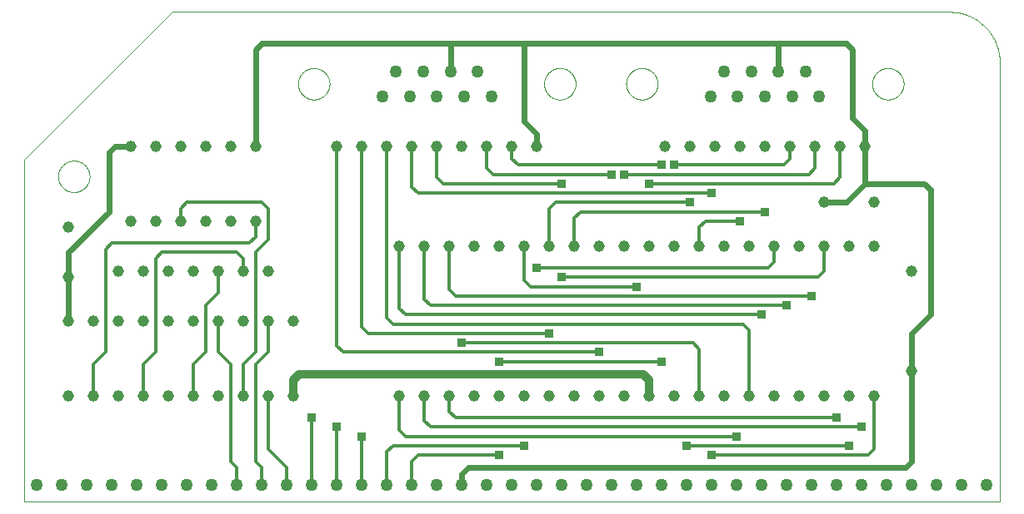
<source format=gtl>
G75*
%MOIN*%
%OFA0B0*%
%FSLAX25Y25*%
%IPPOS*%
%LPD*%
%AMOC8*
5,1,8,0,0,1.08239X$1,22.5*
%
%ADD10C,0.00000*%
%ADD11C,0.04961*%
%ADD12C,0.04550*%
%ADD13C,0.03200*%
%ADD14C,0.02400*%
%ADD15R,0.03369X0.03369*%
%ADD16C,0.01400*%
D10*
X0001500Y0001000D02*
X0001500Y0138201D01*
X0060598Y0197299D01*
X0371602Y0197299D01*
X0372087Y0197293D01*
X0372572Y0197276D01*
X0373056Y0197246D01*
X0373540Y0197205D01*
X0374022Y0197153D01*
X0374503Y0197088D01*
X0374982Y0197012D01*
X0375460Y0196925D01*
X0375935Y0196826D01*
X0376407Y0196716D01*
X0376877Y0196594D01*
X0377344Y0196461D01*
X0377807Y0196316D01*
X0378266Y0196161D01*
X0378722Y0195994D01*
X0379174Y0195817D01*
X0379621Y0195628D01*
X0380063Y0195429D01*
X0380501Y0195219D01*
X0380933Y0194999D01*
X0381360Y0194768D01*
X0381781Y0194527D01*
X0382196Y0194276D01*
X0382606Y0194015D01*
X0383008Y0193745D01*
X0383404Y0193464D01*
X0383793Y0193174D01*
X0384175Y0192875D01*
X0384550Y0192567D01*
X0384917Y0192249D01*
X0385276Y0191923D01*
X0385627Y0191589D01*
X0385971Y0191245D01*
X0386305Y0190894D01*
X0386631Y0190535D01*
X0386949Y0190168D01*
X0387257Y0189793D01*
X0387556Y0189411D01*
X0387846Y0189022D01*
X0388127Y0188626D01*
X0388397Y0188224D01*
X0388658Y0187814D01*
X0388909Y0187399D01*
X0389150Y0186978D01*
X0389381Y0186551D01*
X0389601Y0186119D01*
X0389811Y0185681D01*
X0390010Y0185239D01*
X0390199Y0184792D01*
X0390376Y0184340D01*
X0390543Y0183884D01*
X0390698Y0183425D01*
X0390843Y0182962D01*
X0390976Y0182495D01*
X0391098Y0182025D01*
X0391208Y0181553D01*
X0391307Y0181078D01*
X0391394Y0180600D01*
X0391470Y0180121D01*
X0391535Y0179640D01*
X0391587Y0179158D01*
X0391628Y0178674D01*
X0391658Y0178190D01*
X0391675Y0177705D01*
X0391681Y0177220D01*
X0391681Y0001000D01*
X0001500Y0001000D01*
X0015000Y0131402D02*
X0015002Y0131560D01*
X0015008Y0131718D01*
X0015018Y0131876D01*
X0015032Y0132034D01*
X0015050Y0132191D01*
X0015071Y0132348D01*
X0015097Y0132504D01*
X0015127Y0132660D01*
X0015160Y0132815D01*
X0015198Y0132968D01*
X0015239Y0133121D01*
X0015284Y0133273D01*
X0015333Y0133424D01*
X0015386Y0133573D01*
X0015442Y0133721D01*
X0015502Y0133867D01*
X0015566Y0134012D01*
X0015634Y0134155D01*
X0015705Y0134297D01*
X0015779Y0134437D01*
X0015857Y0134574D01*
X0015939Y0134710D01*
X0016023Y0134844D01*
X0016112Y0134975D01*
X0016203Y0135104D01*
X0016298Y0135231D01*
X0016395Y0135356D01*
X0016496Y0135478D01*
X0016600Y0135597D01*
X0016707Y0135714D01*
X0016817Y0135828D01*
X0016930Y0135939D01*
X0017045Y0136048D01*
X0017163Y0136153D01*
X0017284Y0136255D01*
X0017407Y0136355D01*
X0017533Y0136451D01*
X0017661Y0136544D01*
X0017791Y0136634D01*
X0017924Y0136720D01*
X0018059Y0136804D01*
X0018195Y0136883D01*
X0018334Y0136960D01*
X0018475Y0137032D01*
X0018617Y0137102D01*
X0018761Y0137167D01*
X0018907Y0137229D01*
X0019054Y0137287D01*
X0019203Y0137342D01*
X0019353Y0137393D01*
X0019504Y0137440D01*
X0019656Y0137483D01*
X0019809Y0137522D01*
X0019964Y0137558D01*
X0020119Y0137589D01*
X0020275Y0137617D01*
X0020431Y0137641D01*
X0020588Y0137661D01*
X0020746Y0137677D01*
X0020903Y0137689D01*
X0021062Y0137697D01*
X0021220Y0137701D01*
X0021378Y0137701D01*
X0021536Y0137697D01*
X0021695Y0137689D01*
X0021852Y0137677D01*
X0022010Y0137661D01*
X0022167Y0137641D01*
X0022323Y0137617D01*
X0022479Y0137589D01*
X0022634Y0137558D01*
X0022789Y0137522D01*
X0022942Y0137483D01*
X0023094Y0137440D01*
X0023245Y0137393D01*
X0023395Y0137342D01*
X0023544Y0137287D01*
X0023691Y0137229D01*
X0023837Y0137167D01*
X0023981Y0137102D01*
X0024123Y0137032D01*
X0024264Y0136960D01*
X0024403Y0136883D01*
X0024539Y0136804D01*
X0024674Y0136720D01*
X0024807Y0136634D01*
X0024937Y0136544D01*
X0025065Y0136451D01*
X0025191Y0136355D01*
X0025314Y0136255D01*
X0025435Y0136153D01*
X0025553Y0136048D01*
X0025668Y0135939D01*
X0025781Y0135828D01*
X0025891Y0135714D01*
X0025998Y0135597D01*
X0026102Y0135478D01*
X0026203Y0135356D01*
X0026300Y0135231D01*
X0026395Y0135104D01*
X0026486Y0134975D01*
X0026575Y0134844D01*
X0026659Y0134710D01*
X0026741Y0134574D01*
X0026819Y0134437D01*
X0026893Y0134297D01*
X0026964Y0134155D01*
X0027032Y0134012D01*
X0027096Y0133867D01*
X0027156Y0133721D01*
X0027212Y0133573D01*
X0027265Y0133424D01*
X0027314Y0133273D01*
X0027359Y0133121D01*
X0027400Y0132968D01*
X0027438Y0132815D01*
X0027471Y0132660D01*
X0027501Y0132504D01*
X0027527Y0132348D01*
X0027548Y0132191D01*
X0027566Y0132034D01*
X0027580Y0131876D01*
X0027590Y0131718D01*
X0027596Y0131560D01*
X0027598Y0131402D01*
X0027596Y0131244D01*
X0027590Y0131086D01*
X0027580Y0130928D01*
X0027566Y0130770D01*
X0027548Y0130613D01*
X0027527Y0130456D01*
X0027501Y0130300D01*
X0027471Y0130144D01*
X0027438Y0129989D01*
X0027400Y0129836D01*
X0027359Y0129683D01*
X0027314Y0129531D01*
X0027265Y0129380D01*
X0027212Y0129231D01*
X0027156Y0129083D01*
X0027096Y0128937D01*
X0027032Y0128792D01*
X0026964Y0128649D01*
X0026893Y0128507D01*
X0026819Y0128367D01*
X0026741Y0128230D01*
X0026659Y0128094D01*
X0026575Y0127960D01*
X0026486Y0127829D01*
X0026395Y0127700D01*
X0026300Y0127573D01*
X0026203Y0127448D01*
X0026102Y0127326D01*
X0025998Y0127207D01*
X0025891Y0127090D01*
X0025781Y0126976D01*
X0025668Y0126865D01*
X0025553Y0126756D01*
X0025435Y0126651D01*
X0025314Y0126549D01*
X0025191Y0126449D01*
X0025065Y0126353D01*
X0024937Y0126260D01*
X0024807Y0126170D01*
X0024674Y0126084D01*
X0024539Y0126000D01*
X0024403Y0125921D01*
X0024264Y0125844D01*
X0024123Y0125772D01*
X0023981Y0125702D01*
X0023837Y0125637D01*
X0023691Y0125575D01*
X0023544Y0125517D01*
X0023395Y0125462D01*
X0023245Y0125411D01*
X0023094Y0125364D01*
X0022942Y0125321D01*
X0022789Y0125282D01*
X0022634Y0125246D01*
X0022479Y0125215D01*
X0022323Y0125187D01*
X0022167Y0125163D01*
X0022010Y0125143D01*
X0021852Y0125127D01*
X0021695Y0125115D01*
X0021536Y0125107D01*
X0021378Y0125103D01*
X0021220Y0125103D01*
X0021062Y0125107D01*
X0020903Y0125115D01*
X0020746Y0125127D01*
X0020588Y0125143D01*
X0020431Y0125163D01*
X0020275Y0125187D01*
X0020119Y0125215D01*
X0019964Y0125246D01*
X0019809Y0125282D01*
X0019656Y0125321D01*
X0019504Y0125364D01*
X0019353Y0125411D01*
X0019203Y0125462D01*
X0019054Y0125517D01*
X0018907Y0125575D01*
X0018761Y0125637D01*
X0018617Y0125702D01*
X0018475Y0125772D01*
X0018334Y0125844D01*
X0018195Y0125921D01*
X0018059Y0126000D01*
X0017924Y0126084D01*
X0017791Y0126170D01*
X0017661Y0126260D01*
X0017533Y0126353D01*
X0017407Y0126449D01*
X0017284Y0126549D01*
X0017163Y0126651D01*
X0017045Y0126756D01*
X0016930Y0126865D01*
X0016817Y0126976D01*
X0016707Y0127090D01*
X0016600Y0127207D01*
X0016496Y0127326D01*
X0016395Y0127448D01*
X0016298Y0127573D01*
X0016203Y0127700D01*
X0016112Y0127829D01*
X0016023Y0127960D01*
X0015939Y0128094D01*
X0015857Y0128230D01*
X0015779Y0128367D01*
X0015705Y0128507D01*
X0015634Y0128649D01*
X0015566Y0128792D01*
X0015502Y0128937D01*
X0015442Y0129083D01*
X0015386Y0129231D01*
X0015333Y0129380D01*
X0015284Y0129531D01*
X0015239Y0129683D01*
X0015198Y0129836D01*
X0015160Y0129989D01*
X0015127Y0130144D01*
X0015097Y0130300D01*
X0015071Y0130456D01*
X0015050Y0130613D01*
X0015032Y0130770D01*
X0015018Y0130928D01*
X0015008Y0131086D01*
X0015002Y0131244D01*
X0015000Y0131402D01*
X0110988Y0168500D02*
X0110990Y0168658D01*
X0110996Y0168816D01*
X0111006Y0168974D01*
X0111020Y0169132D01*
X0111038Y0169289D01*
X0111059Y0169446D01*
X0111085Y0169602D01*
X0111115Y0169758D01*
X0111148Y0169913D01*
X0111186Y0170066D01*
X0111227Y0170219D01*
X0111272Y0170371D01*
X0111321Y0170522D01*
X0111374Y0170671D01*
X0111430Y0170819D01*
X0111490Y0170965D01*
X0111554Y0171110D01*
X0111622Y0171253D01*
X0111693Y0171395D01*
X0111767Y0171535D01*
X0111845Y0171672D01*
X0111927Y0171808D01*
X0112011Y0171942D01*
X0112100Y0172073D01*
X0112191Y0172202D01*
X0112286Y0172329D01*
X0112383Y0172454D01*
X0112484Y0172576D01*
X0112588Y0172695D01*
X0112695Y0172812D01*
X0112805Y0172926D01*
X0112918Y0173037D01*
X0113033Y0173146D01*
X0113151Y0173251D01*
X0113272Y0173353D01*
X0113395Y0173453D01*
X0113521Y0173549D01*
X0113649Y0173642D01*
X0113779Y0173732D01*
X0113912Y0173818D01*
X0114047Y0173902D01*
X0114183Y0173981D01*
X0114322Y0174058D01*
X0114463Y0174130D01*
X0114605Y0174200D01*
X0114749Y0174265D01*
X0114895Y0174327D01*
X0115042Y0174385D01*
X0115191Y0174440D01*
X0115341Y0174491D01*
X0115492Y0174538D01*
X0115644Y0174581D01*
X0115797Y0174620D01*
X0115952Y0174656D01*
X0116107Y0174687D01*
X0116263Y0174715D01*
X0116419Y0174739D01*
X0116576Y0174759D01*
X0116734Y0174775D01*
X0116891Y0174787D01*
X0117050Y0174795D01*
X0117208Y0174799D01*
X0117366Y0174799D01*
X0117524Y0174795D01*
X0117683Y0174787D01*
X0117840Y0174775D01*
X0117998Y0174759D01*
X0118155Y0174739D01*
X0118311Y0174715D01*
X0118467Y0174687D01*
X0118622Y0174656D01*
X0118777Y0174620D01*
X0118930Y0174581D01*
X0119082Y0174538D01*
X0119233Y0174491D01*
X0119383Y0174440D01*
X0119532Y0174385D01*
X0119679Y0174327D01*
X0119825Y0174265D01*
X0119969Y0174200D01*
X0120111Y0174130D01*
X0120252Y0174058D01*
X0120391Y0173981D01*
X0120527Y0173902D01*
X0120662Y0173818D01*
X0120795Y0173732D01*
X0120925Y0173642D01*
X0121053Y0173549D01*
X0121179Y0173453D01*
X0121302Y0173353D01*
X0121423Y0173251D01*
X0121541Y0173146D01*
X0121656Y0173037D01*
X0121769Y0172926D01*
X0121879Y0172812D01*
X0121986Y0172695D01*
X0122090Y0172576D01*
X0122191Y0172454D01*
X0122288Y0172329D01*
X0122383Y0172202D01*
X0122474Y0172073D01*
X0122563Y0171942D01*
X0122647Y0171808D01*
X0122729Y0171672D01*
X0122807Y0171535D01*
X0122881Y0171395D01*
X0122952Y0171253D01*
X0123020Y0171110D01*
X0123084Y0170965D01*
X0123144Y0170819D01*
X0123200Y0170671D01*
X0123253Y0170522D01*
X0123302Y0170371D01*
X0123347Y0170219D01*
X0123388Y0170066D01*
X0123426Y0169913D01*
X0123459Y0169758D01*
X0123489Y0169602D01*
X0123515Y0169446D01*
X0123536Y0169289D01*
X0123554Y0169132D01*
X0123568Y0168974D01*
X0123578Y0168816D01*
X0123584Y0168658D01*
X0123586Y0168500D01*
X0123584Y0168342D01*
X0123578Y0168184D01*
X0123568Y0168026D01*
X0123554Y0167868D01*
X0123536Y0167711D01*
X0123515Y0167554D01*
X0123489Y0167398D01*
X0123459Y0167242D01*
X0123426Y0167087D01*
X0123388Y0166934D01*
X0123347Y0166781D01*
X0123302Y0166629D01*
X0123253Y0166478D01*
X0123200Y0166329D01*
X0123144Y0166181D01*
X0123084Y0166035D01*
X0123020Y0165890D01*
X0122952Y0165747D01*
X0122881Y0165605D01*
X0122807Y0165465D01*
X0122729Y0165328D01*
X0122647Y0165192D01*
X0122563Y0165058D01*
X0122474Y0164927D01*
X0122383Y0164798D01*
X0122288Y0164671D01*
X0122191Y0164546D01*
X0122090Y0164424D01*
X0121986Y0164305D01*
X0121879Y0164188D01*
X0121769Y0164074D01*
X0121656Y0163963D01*
X0121541Y0163854D01*
X0121423Y0163749D01*
X0121302Y0163647D01*
X0121179Y0163547D01*
X0121053Y0163451D01*
X0120925Y0163358D01*
X0120795Y0163268D01*
X0120662Y0163182D01*
X0120527Y0163098D01*
X0120391Y0163019D01*
X0120252Y0162942D01*
X0120111Y0162870D01*
X0119969Y0162800D01*
X0119825Y0162735D01*
X0119679Y0162673D01*
X0119532Y0162615D01*
X0119383Y0162560D01*
X0119233Y0162509D01*
X0119082Y0162462D01*
X0118930Y0162419D01*
X0118777Y0162380D01*
X0118622Y0162344D01*
X0118467Y0162313D01*
X0118311Y0162285D01*
X0118155Y0162261D01*
X0117998Y0162241D01*
X0117840Y0162225D01*
X0117683Y0162213D01*
X0117524Y0162205D01*
X0117366Y0162201D01*
X0117208Y0162201D01*
X0117050Y0162205D01*
X0116891Y0162213D01*
X0116734Y0162225D01*
X0116576Y0162241D01*
X0116419Y0162261D01*
X0116263Y0162285D01*
X0116107Y0162313D01*
X0115952Y0162344D01*
X0115797Y0162380D01*
X0115644Y0162419D01*
X0115492Y0162462D01*
X0115341Y0162509D01*
X0115191Y0162560D01*
X0115042Y0162615D01*
X0114895Y0162673D01*
X0114749Y0162735D01*
X0114605Y0162800D01*
X0114463Y0162870D01*
X0114322Y0162942D01*
X0114183Y0163019D01*
X0114047Y0163098D01*
X0113912Y0163182D01*
X0113779Y0163268D01*
X0113649Y0163358D01*
X0113521Y0163451D01*
X0113395Y0163547D01*
X0113272Y0163647D01*
X0113151Y0163749D01*
X0113033Y0163854D01*
X0112918Y0163963D01*
X0112805Y0164074D01*
X0112695Y0164188D01*
X0112588Y0164305D01*
X0112484Y0164424D01*
X0112383Y0164546D01*
X0112286Y0164671D01*
X0112191Y0164798D01*
X0112100Y0164927D01*
X0112011Y0165058D01*
X0111927Y0165192D01*
X0111845Y0165328D01*
X0111767Y0165465D01*
X0111693Y0165605D01*
X0111622Y0165747D01*
X0111554Y0165890D01*
X0111490Y0166035D01*
X0111430Y0166181D01*
X0111374Y0166329D01*
X0111321Y0166478D01*
X0111272Y0166629D01*
X0111227Y0166781D01*
X0111186Y0166934D01*
X0111148Y0167087D01*
X0111115Y0167242D01*
X0111085Y0167398D01*
X0111059Y0167554D01*
X0111038Y0167711D01*
X0111020Y0167868D01*
X0111006Y0168026D01*
X0110996Y0168184D01*
X0110990Y0168342D01*
X0110988Y0168500D01*
X0209414Y0168500D02*
X0209416Y0168658D01*
X0209422Y0168816D01*
X0209432Y0168974D01*
X0209446Y0169132D01*
X0209464Y0169289D01*
X0209485Y0169446D01*
X0209511Y0169602D01*
X0209541Y0169758D01*
X0209574Y0169913D01*
X0209612Y0170066D01*
X0209653Y0170219D01*
X0209698Y0170371D01*
X0209747Y0170522D01*
X0209800Y0170671D01*
X0209856Y0170819D01*
X0209916Y0170965D01*
X0209980Y0171110D01*
X0210048Y0171253D01*
X0210119Y0171395D01*
X0210193Y0171535D01*
X0210271Y0171672D01*
X0210353Y0171808D01*
X0210437Y0171942D01*
X0210526Y0172073D01*
X0210617Y0172202D01*
X0210712Y0172329D01*
X0210809Y0172454D01*
X0210910Y0172576D01*
X0211014Y0172695D01*
X0211121Y0172812D01*
X0211231Y0172926D01*
X0211344Y0173037D01*
X0211459Y0173146D01*
X0211577Y0173251D01*
X0211698Y0173353D01*
X0211821Y0173453D01*
X0211947Y0173549D01*
X0212075Y0173642D01*
X0212205Y0173732D01*
X0212338Y0173818D01*
X0212473Y0173902D01*
X0212609Y0173981D01*
X0212748Y0174058D01*
X0212889Y0174130D01*
X0213031Y0174200D01*
X0213175Y0174265D01*
X0213321Y0174327D01*
X0213468Y0174385D01*
X0213617Y0174440D01*
X0213767Y0174491D01*
X0213918Y0174538D01*
X0214070Y0174581D01*
X0214223Y0174620D01*
X0214378Y0174656D01*
X0214533Y0174687D01*
X0214689Y0174715D01*
X0214845Y0174739D01*
X0215002Y0174759D01*
X0215160Y0174775D01*
X0215317Y0174787D01*
X0215476Y0174795D01*
X0215634Y0174799D01*
X0215792Y0174799D01*
X0215950Y0174795D01*
X0216109Y0174787D01*
X0216266Y0174775D01*
X0216424Y0174759D01*
X0216581Y0174739D01*
X0216737Y0174715D01*
X0216893Y0174687D01*
X0217048Y0174656D01*
X0217203Y0174620D01*
X0217356Y0174581D01*
X0217508Y0174538D01*
X0217659Y0174491D01*
X0217809Y0174440D01*
X0217958Y0174385D01*
X0218105Y0174327D01*
X0218251Y0174265D01*
X0218395Y0174200D01*
X0218537Y0174130D01*
X0218678Y0174058D01*
X0218817Y0173981D01*
X0218953Y0173902D01*
X0219088Y0173818D01*
X0219221Y0173732D01*
X0219351Y0173642D01*
X0219479Y0173549D01*
X0219605Y0173453D01*
X0219728Y0173353D01*
X0219849Y0173251D01*
X0219967Y0173146D01*
X0220082Y0173037D01*
X0220195Y0172926D01*
X0220305Y0172812D01*
X0220412Y0172695D01*
X0220516Y0172576D01*
X0220617Y0172454D01*
X0220714Y0172329D01*
X0220809Y0172202D01*
X0220900Y0172073D01*
X0220989Y0171942D01*
X0221073Y0171808D01*
X0221155Y0171672D01*
X0221233Y0171535D01*
X0221307Y0171395D01*
X0221378Y0171253D01*
X0221446Y0171110D01*
X0221510Y0170965D01*
X0221570Y0170819D01*
X0221626Y0170671D01*
X0221679Y0170522D01*
X0221728Y0170371D01*
X0221773Y0170219D01*
X0221814Y0170066D01*
X0221852Y0169913D01*
X0221885Y0169758D01*
X0221915Y0169602D01*
X0221941Y0169446D01*
X0221962Y0169289D01*
X0221980Y0169132D01*
X0221994Y0168974D01*
X0222004Y0168816D01*
X0222010Y0168658D01*
X0222012Y0168500D01*
X0222010Y0168342D01*
X0222004Y0168184D01*
X0221994Y0168026D01*
X0221980Y0167868D01*
X0221962Y0167711D01*
X0221941Y0167554D01*
X0221915Y0167398D01*
X0221885Y0167242D01*
X0221852Y0167087D01*
X0221814Y0166934D01*
X0221773Y0166781D01*
X0221728Y0166629D01*
X0221679Y0166478D01*
X0221626Y0166329D01*
X0221570Y0166181D01*
X0221510Y0166035D01*
X0221446Y0165890D01*
X0221378Y0165747D01*
X0221307Y0165605D01*
X0221233Y0165465D01*
X0221155Y0165328D01*
X0221073Y0165192D01*
X0220989Y0165058D01*
X0220900Y0164927D01*
X0220809Y0164798D01*
X0220714Y0164671D01*
X0220617Y0164546D01*
X0220516Y0164424D01*
X0220412Y0164305D01*
X0220305Y0164188D01*
X0220195Y0164074D01*
X0220082Y0163963D01*
X0219967Y0163854D01*
X0219849Y0163749D01*
X0219728Y0163647D01*
X0219605Y0163547D01*
X0219479Y0163451D01*
X0219351Y0163358D01*
X0219221Y0163268D01*
X0219088Y0163182D01*
X0218953Y0163098D01*
X0218817Y0163019D01*
X0218678Y0162942D01*
X0218537Y0162870D01*
X0218395Y0162800D01*
X0218251Y0162735D01*
X0218105Y0162673D01*
X0217958Y0162615D01*
X0217809Y0162560D01*
X0217659Y0162509D01*
X0217508Y0162462D01*
X0217356Y0162419D01*
X0217203Y0162380D01*
X0217048Y0162344D01*
X0216893Y0162313D01*
X0216737Y0162285D01*
X0216581Y0162261D01*
X0216424Y0162241D01*
X0216266Y0162225D01*
X0216109Y0162213D01*
X0215950Y0162205D01*
X0215792Y0162201D01*
X0215634Y0162201D01*
X0215476Y0162205D01*
X0215317Y0162213D01*
X0215160Y0162225D01*
X0215002Y0162241D01*
X0214845Y0162261D01*
X0214689Y0162285D01*
X0214533Y0162313D01*
X0214378Y0162344D01*
X0214223Y0162380D01*
X0214070Y0162419D01*
X0213918Y0162462D01*
X0213767Y0162509D01*
X0213617Y0162560D01*
X0213468Y0162615D01*
X0213321Y0162673D01*
X0213175Y0162735D01*
X0213031Y0162800D01*
X0212889Y0162870D01*
X0212748Y0162942D01*
X0212609Y0163019D01*
X0212473Y0163098D01*
X0212338Y0163182D01*
X0212205Y0163268D01*
X0212075Y0163358D01*
X0211947Y0163451D01*
X0211821Y0163547D01*
X0211698Y0163647D01*
X0211577Y0163749D01*
X0211459Y0163854D01*
X0211344Y0163963D01*
X0211231Y0164074D01*
X0211121Y0164188D01*
X0211014Y0164305D01*
X0210910Y0164424D01*
X0210809Y0164546D01*
X0210712Y0164671D01*
X0210617Y0164798D01*
X0210526Y0164927D01*
X0210437Y0165058D01*
X0210353Y0165192D01*
X0210271Y0165328D01*
X0210193Y0165465D01*
X0210119Y0165605D01*
X0210048Y0165747D01*
X0209980Y0165890D01*
X0209916Y0166035D01*
X0209856Y0166181D01*
X0209800Y0166329D01*
X0209747Y0166478D01*
X0209698Y0166629D01*
X0209653Y0166781D01*
X0209612Y0166934D01*
X0209574Y0167087D01*
X0209541Y0167242D01*
X0209511Y0167398D01*
X0209485Y0167554D01*
X0209464Y0167711D01*
X0209446Y0167868D01*
X0209432Y0168026D01*
X0209422Y0168184D01*
X0209416Y0168342D01*
X0209414Y0168500D01*
X0242238Y0168500D02*
X0242240Y0168658D01*
X0242246Y0168816D01*
X0242256Y0168974D01*
X0242270Y0169132D01*
X0242288Y0169289D01*
X0242309Y0169446D01*
X0242335Y0169602D01*
X0242365Y0169758D01*
X0242398Y0169913D01*
X0242436Y0170066D01*
X0242477Y0170219D01*
X0242522Y0170371D01*
X0242571Y0170522D01*
X0242624Y0170671D01*
X0242680Y0170819D01*
X0242740Y0170965D01*
X0242804Y0171110D01*
X0242872Y0171253D01*
X0242943Y0171395D01*
X0243017Y0171535D01*
X0243095Y0171672D01*
X0243177Y0171808D01*
X0243261Y0171942D01*
X0243350Y0172073D01*
X0243441Y0172202D01*
X0243536Y0172329D01*
X0243633Y0172454D01*
X0243734Y0172576D01*
X0243838Y0172695D01*
X0243945Y0172812D01*
X0244055Y0172926D01*
X0244168Y0173037D01*
X0244283Y0173146D01*
X0244401Y0173251D01*
X0244522Y0173353D01*
X0244645Y0173453D01*
X0244771Y0173549D01*
X0244899Y0173642D01*
X0245029Y0173732D01*
X0245162Y0173818D01*
X0245297Y0173902D01*
X0245433Y0173981D01*
X0245572Y0174058D01*
X0245713Y0174130D01*
X0245855Y0174200D01*
X0245999Y0174265D01*
X0246145Y0174327D01*
X0246292Y0174385D01*
X0246441Y0174440D01*
X0246591Y0174491D01*
X0246742Y0174538D01*
X0246894Y0174581D01*
X0247047Y0174620D01*
X0247202Y0174656D01*
X0247357Y0174687D01*
X0247513Y0174715D01*
X0247669Y0174739D01*
X0247826Y0174759D01*
X0247984Y0174775D01*
X0248141Y0174787D01*
X0248300Y0174795D01*
X0248458Y0174799D01*
X0248616Y0174799D01*
X0248774Y0174795D01*
X0248933Y0174787D01*
X0249090Y0174775D01*
X0249248Y0174759D01*
X0249405Y0174739D01*
X0249561Y0174715D01*
X0249717Y0174687D01*
X0249872Y0174656D01*
X0250027Y0174620D01*
X0250180Y0174581D01*
X0250332Y0174538D01*
X0250483Y0174491D01*
X0250633Y0174440D01*
X0250782Y0174385D01*
X0250929Y0174327D01*
X0251075Y0174265D01*
X0251219Y0174200D01*
X0251361Y0174130D01*
X0251502Y0174058D01*
X0251641Y0173981D01*
X0251777Y0173902D01*
X0251912Y0173818D01*
X0252045Y0173732D01*
X0252175Y0173642D01*
X0252303Y0173549D01*
X0252429Y0173453D01*
X0252552Y0173353D01*
X0252673Y0173251D01*
X0252791Y0173146D01*
X0252906Y0173037D01*
X0253019Y0172926D01*
X0253129Y0172812D01*
X0253236Y0172695D01*
X0253340Y0172576D01*
X0253441Y0172454D01*
X0253538Y0172329D01*
X0253633Y0172202D01*
X0253724Y0172073D01*
X0253813Y0171942D01*
X0253897Y0171808D01*
X0253979Y0171672D01*
X0254057Y0171535D01*
X0254131Y0171395D01*
X0254202Y0171253D01*
X0254270Y0171110D01*
X0254334Y0170965D01*
X0254394Y0170819D01*
X0254450Y0170671D01*
X0254503Y0170522D01*
X0254552Y0170371D01*
X0254597Y0170219D01*
X0254638Y0170066D01*
X0254676Y0169913D01*
X0254709Y0169758D01*
X0254739Y0169602D01*
X0254765Y0169446D01*
X0254786Y0169289D01*
X0254804Y0169132D01*
X0254818Y0168974D01*
X0254828Y0168816D01*
X0254834Y0168658D01*
X0254836Y0168500D01*
X0254834Y0168342D01*
X0254828Y0168184D01*
X0254818Y0168026D01*
X0254804Y0167868D01*
X0254786Y0167711D01*
X0254765Y0167554D01*
X0254739Y0167398D01*
X0254709Y0167242D01*
X0254676Y0167087D01*
X0254638Y0166934D01*
X0254597Y0166781D01*
X0254552Y0166629D01*
X0254503Y0166478D01*
X0254450Y0166329D01*
X0254394Y0166181D01*
X0254334Y0166035D01*
X0254270Y0165890D01*
X0254202Y0165747D01*
X0254131Y0165605D01*
X0254057Y0165465D01*
X0253979Y0165328D01*
X0253897Y0165192D01*
X0253813Y0165058D01*
X0253724Y0164927D01*
X0253633Y0164798D01*
X0253538Y0164671D01*
X0253441Y0164546D01*
X0253340Y0164424D01*
X0253236Y0164305D01*
X0253129Y0164188D01*
X0253019Y0164074D01*
X0252906Y0163963D01*
X0252791Y0163854D01*
X0252673Y0163749D01*
X0252552Y0163647D01*
X0252429Y0163547D01*
X0252303Y0163451D01*
X0252175Y0163358D01*
X0252045Y0163268D01*
X0251912Y0163182D01*
X0251777Y0163098D01*
X0251641Y0163019D01*
X0251502Y0162942D01*
X0251361Y0162870D01*
X0251219Y0162800D01*
X0251075Y0162735D01*
X0250929Y0162673D01*
X0250782Y0162615D01*
X0250633Y0162560D01*
X0250483Y0162509D01*
X0250332Y0162462D01*
X0250180Y0162419D01*
X0250027Y0162380D01*
X0249872Y0162344D01*
X0249717Y0162313D01*
X0249561Y0162285D01*
X0249405Y0162261D01*
X0249248Y0162241D01*
X0249090Y0162225D01*
X0248933Y0162213D01*
X0248774Y0162205D01*
X0248616Y0162201D01*
X0248458Y0162201D01*
X0248300Y0162205D01*
X0248141Y0162213D01*
X0247984Y0162225D01*
X0247826Y0162241D01*
X0247669Y0162261D01*
X0247513Y0162285D01*
X0247357Y0162313D01*
X0247202Y0162344D01*
X0247047Y0162380D01*
X0246894Y0162419D01*
X0246742Y0162462D01*
X0246591Y0162509D01*
X0246441Y0162560D01*
X0246292Y0162615D01*
X0246145Y0162673D01*
X0245999Y0162735D01*
X0245855Y0162800D01*
X0245713Y0162870D01*
X0245572Y0162942D01*
X0245433Y0163019D01*
X0245297Y0163098D01*
X0245162Y0163182D01*
X0245029Y0163268D01*
X0244899Y0163358D01*
X0244771Y0163451D01*
X0244645Y0163547D01*
X0244522Y0163647D01*
X0244401Y0163749D01*
X0244283Y0163854D01*
X0244168Y0163963D01*
X0244055Y0164074D01*
X0243945Y0164188D01*
X0243838Y0164305D01*
X0243734Y0164424D01*
X0243633Y0164546D01*
X0243536Y0164671D01*
X0243441Y0164798D01*
X0243350Y0164927D01*
X0243261Y0165058D01*
X0243177Y0165192D01*
X0243095Y0165328D01*
X0243017Y0165465D01*
X0242943Y0165605D01*
X0242872Y0165747D01*
X0242804Y0165890D01*
X0242740Y0166035D01*
X0242680Y0166181D01*
X0242624Y0166329D01*
X0242571Y0166478D01*
X0242522Y0166629D01*
X0242477Y0166781D01*
X0242436Y0166934D01*
X0242398Y0167087D01*
X0242365Y0167242D01*
X0242335Y0167398D01*
X0242309Y0167554D01*
X0242288Y0167711D01*
X0242270Y0167868D01*
X0242256Y0168026D01*
X0242246Y0168184D01*
X0242240Y0168342D01*
X0242238Y0168500D01*
X0340664Y0168500D02*
X0340666Y0168658D01*
X0340672Y0168816D01*
X0340682Y0168974D01*
X0340696Y0169132D01*
X0340714Y0169289D01*
X0340735Y0169446D01*
X0340761Y0169602D01*
X0340791Y0169758D01*
X0340824Y0169913D01*
X0340862Y0170066D01*
X0340903Y0170219D01*
X0340948Y0170371D01*
X0340997Y0170522D01*
X0341050Y0170671D01*
X0341106Y0170819D01*
X0341166Y0170965D01*
X0341230Y0171110D01*
X0341298Y0171253D01*
X0341369Y0171395D01*
X0341443Y0171535D01*
X0341521Y0171672D01*
X0341603Y0171808D01*
X0341687Y0171942D01*
X0341776Y0172073D01*
X0341867Y0172202D01*
X0341962Y0172329D01*
X0342059Y0172454D01*
X0342160Y0172576D01*
X0342264Y0172695D01*
X0342371Y0172812D01*
X0342481Y0172926D01*
X0342594Y0173037D01*
X0342709Y0173146D01*
X0342827Y0173251D01*
X0342948Y0173353D01*
X0343071Y0173453D01*
X0343197Y0173549D01*
X0343325Y0173642D01*
X0343455Y0173732D01*
X0343588Y0173818D01*
X0343723Y0173902D01*
X0343859Y0173981D01*
X0343998Y0174058D01*
X0344139Y0174130D01*
X0344281Y0174200D01*
X0344425Y0174265D01*
X0344571Y0174327D01*
X0344718Y0174385D01*
X0344867Y0174440D01*
X0345017Y0174491D01*
X0345168Y0174538D01*
X0345320Y0174581D01*
X0345473Y0174620D01*
X0345628Y0174656D01*
X0345783Y0174687D01*
X0345939Y0174715D01*
X0346095Y0174739D01*
X0346252Y0174759D01*
X0346410Y0174775D01*
X0346567Y0174787D01*
X0346726Y0174795D01*
X0346884Y0174799D01*
X0347042Y0174799D01*
X0347200Y0174795D01*
X0347359Y0174787D01*
X0347516Y0174775D01*
X0347674Y0174759D01*
X0347831Y0174739D01*
X0347987Y0174715D01*
X0348143Y0174687D01*
X0348298Y0174656D01*
X0348453Y0174620D01*
X0348606Y0174581D01*
X0348758Y0174538D01*
X0348909Y0174491D01*
X0349059Y0174440D01*
X0349208Y0174385D01*
X0349355Y0174327D01*
X0349501Y0174265D01*
X0349645Y0174200D01*
X0349787Y0174130D01*
X0349928Y0174058D01*
X0350067Y0173981D01*
X0350203Y0173902D01*
X0350338Y0173818D01*
X0350471Y0173732D01*
X0350601Y0173642D01*
X0350729Y0173549D01*
X0350855Y0173453D01*
X0350978Y0173353D01*
X0351099Y0173251D01*
X0351217Y0173146D01*
X0351332Y0173037D01*
X0351445Y0172926D01*
X0351555Y0172812D01*
X0351662Y0172695D01*
X0351766Y0172576D01*
X0351867Y0172454D01*
X0351964Y0172329D01*
X0352059Y0172202D01*
X0352150Y0172073D01*
X0352239Y0171942D01*
X0352323Y0171808D01*
X0352405Y0171672D01*
X0352483Y0171535D01*
X0352557Y0171395D01*
X0352628Y0171253D01*
X0352696Y0171110D01*
X0352760Y0170965D01*
X0352820Y0170819D01*
X0352876Y0170671D01*
X0352929Y0170522D01*
X0352978Y0170371D01*
X0353023Y0170219D01*
X0353064Y0170066D01*
X0353102Y0169913D01*
X0353135Y0169758D01*
X0353165Y0169602D01*
X0353191Y0169446D01*
X0353212Y0169289D01*
X0353230Y0169132D01*
X0353244Y0168974D01*
X0353254Y0168816D01*
X0353260Y0168658D01*
X0353262Y0168500D01*
X0353260Y0168342D01*
X0353254Y0168184D01*
X0353244Y0168026D01*
X0353230Y0167868D01*
X0353212Y0167711D01*
X0353191Y0167554D01*
X0353165Y0167398D01*
X0353135Y0167242D01*
X0353102Y0167087D01*
X0353064Y0166934D01*
X0353023Y0166781D01*
X0352978Y0166629D01*
X0352929Y0166478D01*
X0352876Y0166329D01*
X0352820Y0166181D01*
X0352760Y0166035D01*
X0352696Y0165890D01*
X0352628Y0165747D01*
X0352557Y0165605D01*
X0352483Y0165465D01*
X0352405Y0165328D01*
X0352323Y0165192D01*
X0352239Y0165058D01*
X0352150Y0164927D01*
X0352059Y0164798D01*
X0351964Y0164671D01*
X0351867Y0164546D01*
X0351766Y0164424D01*
X0351662Y0164305D01*
X0351555Y0164188D01*
X0351445Y0164074D01*
X0351332Y0163963D01*
X0351217Y0163854D01*
X0351099Y0163749D01*
X0350978Y0163647D01*
X0350855Y0163547D01*
X0350729Y0163451D01*
X0350601Y0163358D01*
X0350471Y0163268D01*
X0350338Y0163182D01*
X0350203Y0163098D01*
X0350067Y0163019D01*
X0349928Y0162942D01*
X0349787Y0162870D01*
X0349645Y0162800D01*
X0349501Y0162735D01*
X0349355Y0162673D01*
X0349208Y0162615D01*
X0349059Y0162560D01*
X0348909Y0162509D01*
X0348758Y0162462D01*
X0348606Y0162419D01*
X0348453Y0162380D01*
X0348298Y0162344D01*
X0348143Y0162313D01*
X0347987Y0162285D01*
X0347831Y0162261D01*
X0347674Y0162241D01*
X0347516Y0162225D01*
X0347359Y0162213D01*
X0347200Y0162205D01*
X0347042Y0162201D01*
X0346884Y0162201D01*
X0346726Y0162205D01*
X0346567Y0162213D01*
X0346410Y0162225D01*
X0346252Y0162241D01*
X0346095Y0162261D01*
X0345939Y0162285D01*
X0345783Y0162313D01*
X0345628Y0162344D01*
X0345473Y0162380D01*
X0345320Y0162419D01*
X0345168Y0162462D01*
X0345017Y0162509D01*
X0344867Y0162560D01*
X0344718Y0162615D01*
X0344571Y0162673D01*
X0344425Y0162735D01*
X0344281Y0162800D01*
X0344139Y0162870D01*
X0343998Y0162942D01*
X0343859Y0163019D01*
X0343723Y0163098D01*
X0343588Y0163182D01*
X0343455Y0163268D01*
X0343325Y0163358D01*
X0343197Y0163451D01*
X0343071Y0163547D01*
X0342948Y0163647D01*
X0342827Y0163749D01*
X0342709Y0163854D01*
X0342594Y0163963D01*
X0342481Y0164074D01*
X0342371Y0164188D01*
X0342264Y0164305D01*
X0342160Y0164424D01*
X0342059Y0164546D01*
X0341962Y0164671D01*
X0341867Y0164798D01*
X0341776Y0164927D01*
X0341687Y0165058D01*
X0341603Y0165192D01*
X0341521Y0165328D01*
X0341443Y0165465D01*
X0341369Y0165605D01*
X0341298Y0165747D01*
X0341230Y0165890D01*
X0341166Y0166035D01*
X0341106Y0166181D01*
X0341050Y0166329D01*
X0340997Y0166478D01*
X0340948Y0166629D01*
X0340903Y0166781D01*
X0340862Y0166934D01*
X0340824Y0167087D01*
X0340791Y0167242D01*
X0340761Y0167398D01*
X0340735Y0167554D01*
X0340714Y0167711D01*
X0340696Y0167868D01*
X0340682Y0168026D01*
X0340672Y0168184D01*
X0340666Y0168342D01*
X0340664Y0168500D01*
D11*
X0319561Y0163500D03*
X0308656Y0163500D03*
X0297750Y0163500D03*
X0286844Y0163500D03*
X0275939Y0163500D03*
X0281392Y0173500D03*
X0292297Y0173500D03*
X0303203Y0173500D03*
X0314108Y0173500D03*
X0188311Y0163500D03*
X0177406Y0163500D03*
X0166500Y0163500D03*
X0155594Y0163500D03*
X0144689Y0163500D03*
X0150142Y0173500D03*
X0161047Y0173500D03*
X0171953Y0173500D03*
X0182858Y0173500D03*
X0186500Y0007752D03*
X0176500Y0007752D03*
X0166500Y0007752D03*
X0156500Y0007752D03*
X0146500Y0007752D03*
X0136500Y0007752D03*
X0126500Y0007752D03*
X0116500Y0007752D03*
X0106500Y0007752D03*
X0096500Y0007752D03*
X0086500Y0007752D03*
X0076500Y0007752D03*
X0066500Y0007752D03*
X0056500Y0007752D03*
X0046500Y0007752D03*
X0036500Y0007752D03*
X0026500Y0007752D03*
X0016500Y0007752D03*
X0006500Y0007752D03*
X0196500Y0007752D03*
X0206500Y0007752D03*
X0216500Y0007752D03*
X0226500Y0007752D03*
X0236500Y0007752D03*
X0246500Y0007752D03*
X0256500Y0007752D03*
X0266500Y0007752D03*
X0276500Y0007752D03*
X0286500Y0007752D03*
X0296500Y0007752D03*
X0306500Y0007752D03*
X0316500Y0007752D03*
X0326500Y0007752D03*
X0336500Y0007752D03*
X0346500Y0007752D03*
X0356500Y0007752D03*
X0366500Y0007752D03*
X0376500Y0007752D03*
X0386500Y0007752D03*
D12*
X0341500Y0043500D03*
X0331500Y0043500D03*
X0321500Y0043500D03*
X0311500Y0043500D03*
X0301500Y0043500D03*
X0291500Y0043500D03*
X0281500Y0043500D03*
X0271500Y0043500D03*
X0261500Y0043500D03*
X0251500Y0043500D03*
X0241500Y0043500D03*
X0231500Y0043500D03*
X0221500Y0043500D03*
X0211500Y0043500D03*
X0201500Y0043500D03*
X0191500Y0043500D03*
X0181500Y0043500D03*
X0171500Y0043500D03*
X0161500Y0043500D03*
X0151500Y0043500D03*
X0109000Y0043500D03*
X0099000Y0043500D03*
X0089000Y0043500D03*
X0079000Y0043500D03*
X0069000Y0043500D03*
X0059000Y0043500D03*
X0049000Y0043500D03*
X0039000Y0043500D03*
X0029000Y0043500D03*
X0019000Y0043500D03*
X0019000Y0073500D03*
X0029000Y0073500D03*
X0039000Y0073500D03*
X0049000Y0073500D03*
X0059000Y0073500D03*
X0069000Y0073500D03*
X0079000Y0073500D03*
X0089000Y0073500D03*
X0099000Y0073500D03*
X0109000Y0073500D03*
X0099000Y0093500D03*
X0089000Y0093500D03*
X0079000Y0093500D03*
X0069000Y0093500D03*
X0059000Y0093500D03*
X0049000Y0093500D03*
X0039000Y0093500D03*
X0019000Y0091000D03*
X0019000Y0111000D03*
X0044000Y0113500D03*
X0054000Y0113500D03*
X0064000Y0113500D03*
X0074000Y0113500D03*
X0084000Y0113500D03*
X0094000Y0113500D03*
X0094000Y0143500D03*
X0084000Y0143500D03*
X0074000Y0143500D03*
X0064000Y0143500D03*
X0054000Y0143500D03*
X0044000Y0143500D03*
X0126500Y0143500D03*
X0136500Y0143500D03*
X0146500Y0143500D03*
X0156500Y0143500D03*
X0166500Y0143500D03*
X0176500Y0143500D03*
X0186500Y0143500D03*
X0196500Y0143500D03*
X0206500Y0143500D03*
X0257750Y0143500D03*
X0267750Y0143500D03*
X0277750Y0143500D03*
X0287750Y0143500D03*
X0297750Y0143500D03*
X0307750Y0143500D03*
X0317750Y0143500D03*
X0327750Y0143500D03*
X0337750Y0143500D03*
X0341500Y0121000D03*
X0321500Y0121000D03*
X0321500Y0103500D03*
X0311500Y0103500D03*
X0301500Y0103500D03*
X0291500Y0103500D03*
X0281500Y0103500D03*
X0271500Y0103500D03*
X0261500Y0103500D03*
X0251500Y0103500D03*
X0241500Y0103500D03*
X0231500Y0103500D03*
X0221500Y0103500D03*
X0211500Y0103500D03*
X0201500Y0103500D03*
X0191500Y0103500D03*
X0181500Y0103500D03*
X0171500Y0103500D03*
X0161500Y0103500D03*
X0151500Y0103500D03*
X0331500Y0103500D03*
X0341500Y0103500D03*
X0356500Y0093500D03*
X0356500Y0053500D03*
D13*
X0251500Y0049750D02*
X0251500Y0043500D01*
X0251500Y0049750D02*
X0249000Y0052250D01*
X0111500Y0052250D01*
X0109000Y0049750D01*
X0109000Y0043500D01*
D14*
X0176500Y0012250D02*
X0179000Y0014750D01*
X0354000Y0014750D01*
X0356500Y0017250D01*
X0356500Y0053500D01*
X0356500Y0068500D01*
X0364000Y0076000D01*
X0364000Y0126000D01*
X0361500Y0128500D01*
X0337750Y0128500D01*
X0337750Y0143500D01*
X0337750Y0149750D01*
X0332750Y0154750D01*
X0332750Y0182250D01*
X0330250Y0184750D01*
X0304000Y0184750D01*
X0303203Y0183953D01*
X0303203Y0173500D01*
X0304000Y0184750D02*
X0201500Y0184750D01*
X0201500Y0153500D01*
X0206500Y0148500D01*
X0206500Y0143500D01*
X0171953Y0173500D02*
X0171953Y0183953D01*
X0172750Y0184750D01*
X0201500Y0184750D01*
X0172750Y0184750D02*
X0096500Y0184750D01*
X0094000Y0182250D01*
X0094000Y0143500D01*
X0044000Y0143500D02*
X0037750Y0143500D01*
X0035250Y0141000D01*
X0035250Y0117250D01*
X0019000Y0101000D01*
X0019000Y0091000D01*
X0019000Y0073500D01*
X0176500Y0012250D02*
X0176500Y0007752D01*
X0321500Y0121000D02*
X0330250Y0121000D01*
X0337750Y0128500D01*
D15*
X0297750Y0117250D03*
X0287750Y0113500D03*
X0276500Y0124750D03*
X0267750Y0121000D03*
X0251500Y0128500D03*
X0241500Y0132250D03*
X0236500Y0132250D03*
X0216500Y0128500D03*
X0256500Y0136000D03*
X0261500Y0136000D03*
X0206500Y0094750D03*
X0216500Y0091000D03*
X0246500Y0087250D03*
X0211500Y0068500D03*
X0231500Y0061000D03*
X0256500Y0057250D03*
X0296500Y0076000D03*
X0306500Y0079750D03*
X0316500Y0083500D03*
X0326500Y0034750D03*
X0336500Y0031000D03*
X0331500Y0023500D03*
X0286500Y0027250D03*
X0276500Y0019750D03*
X0266500Y0023500D03*
X0201500Y0023500D03*
X0191500Y0019750D03*
X0136500Y0027250D03*
X0126500Y0031000D03*
X0116500Y0034750D03*
X0176500Y0064750D03*
X0191500Y0057250D03*
D16*
X0256500Y0057250D01*
X0269000Y0064750D02*
X0176500Y0064750D01*
X0154000Y0076000D02*
X0151500Y0078500D01*
X0151500Y0103500D01*
X0161500Y0103500D02*
X0161500Y0082250D01*
X0164000Y0079750D01*
X0306500Y0079750D01*
X0296500Y0076000D02*
X0154000Y0076000D01*
X0149000Y0072250D02*
X0146500Y0074750D01*
X0146500Y0143500D01*
X0156500Y0143500D02*
X0156500Y0127250D01*
X0159000Y0124750D01*
X0276500Y0124750D01*
X0267750Y0121000D02*
X0214000Y0121000D01*
X0211500Y0118500D01*
X0211500Y0103500D01*
X0201500Y0103500D02*
X0201500Y0089750D01*
X0204000Y0087250D01*
X0246500Y0087250D01*
X0216500Y0091000D02*
X0319000Y0091000D01*
X0321500Y0093500D01*
X0321500Y0103500D01*
X0301500Y0103500D02*
X0301500Y0097250D01*
X0299000Y0094750D01*
X0206500Y0094750D01*
X0221500Y0103500D02*
X0221500Y0114750D01*
X0224000Y0117250D01*
X0297750Y0117250D01*
X0287750Y0113500D02*
X0274000Y0113500D01*
X0271500Y0111000D01*
X0271500Y0103500D01*
X0316500Y0083500D02*
X0174000Y0083500D01*
X0171500Y0086000D01*
X0171500Y0103500D01*
X0169000Y0128500D02*
X0166500Y0131000D01*
X0166500Y0143500D01*
X0186500Y0143500D02*
X0186500Y0134750D01*
X0189000Y0132250D01*
X0236500Y0132250D01*
X0241500Y0132250D02*
X0315250Y0132250D01*
X0317750Y0134750D01*
X0317750Y0143500D01*
X0307750Y0143500D02*
X0307750Y0138500D01*
X0305250Y0136000D01*
X0261500Y0136000D01*
X0256500Y0136000D02*
X0199000Y0136000D01*
X0196500Y0138500D01*
X0196500Y0143500D01*
X0216500Y0128500D02*
X0169000Y0128500D01*
X0136500Y0143500D02*
X0136500Y0071000D01*
X0139000Y0068500D01*
X0211500Y0068500D01*
X0231500Y0061000D02*
X0129000Y0061000D01*
X0126500Y0063500D01*
X0126500Y0143500D01*
X0099000Y0118500D02*
X0096500Y0121000D01*
X0066500Y0121000D01*
X0064000Y0118500D01*
X0064000Y0113500D01*
X0056500Y0101000D02*
X0054000Y0098500D01*
X0054000Y0061000D01*
X0049000Y0056000D01*
X0049000Y0043500D01*
X0029000Y0043500D02*
X0029000Y0056000D01*
X0034000Y0061000D01*
X0034000Y0102250D01*
X0036500Y0104750D01*
X0091500Y0104750D01*
X0094000Y0107250D01*
X0094000Y0113500D01*
X0099000Y0118500D02*
X0099000Y0106000D01*
X0094000Y0101000D01*
X0094000Y0061000D01*
X0089000Y0056000D01*
X0089000Y0043500D01*
X0099000Y0043500D02*
X0099000Y0022250D01*
X0106500Y0014750D01*
X0106500Y0007752D01*
X0116500Y0007752D02*
X0116500Y0034750D01*
X0126500Y0031000D02*
X0126500Y0007752D01*
X0136500Y0007752D02*
X0136500Y0027250D01*
X0146500Y0021000D02*
X0149000Y0023500D01*
X0201500Y0023500D01*
X0191500Y0019750D02*
X0159000Y0019750D01*
X0156500Y0017250D01*
X0156500Y0007752D01*
X0146500Y0007752D02*
X0146500Y0021000D01*
X0154000Y0027250D02*
X0151500Y0029750D01*
X0151500Y0043500D01*
X0161500Y0043500D02*
X0161500Y0033500D01*
X0164000Y0031000D01*
X0336500Y0031000D01*
X0326500Y0034750D02*
X0174000Y0034750D01*
X0171500Y0037250D01*
X0171500Y0043500D01*
X0154000Y0027250D02*
X0286500Y0027250D01*
X0276500Y0019750D02*
X0339000Y0019750D01*
X0341500Y0022250D01*
X0341500Y0043500D01*
X0331500Y0023500D02*
X0266500Y0023500D01*
X0271500Y0043500D02*
X0271500Y0062250D01*
X0269000Y0064750D01*
X0289000Y0072250D02*
X0149000Y0072250D01*
X0099000Y0073500D02*
X0099000Y0061000D01*
X0094000Y0056000D01*
X0094000Y0017250D01*
X0096500Y0014750D01*
X0096500Y0007752D01*
X0086500Y0007752D02*
X0086500Y0014750D01*
X0084000Y0017250D01*
X0084000Y0056000D01*
X0079000Y0061000D01*
X0079000Y0073500D01*
X0074000Y0079750D02*
X0074000Y0061000D01*
X0069000Y0056000D01*
X0069000Y0043500D01*
X0074000Y0079750D02*
X0079000Y0084750D01*
X0079000Y0093500D01*
X0089000Y0093500D02*
X0089000Y0098500D01*
X0086500Y0101000D01*
X0056500Y0101000D01*
X0251500Y0128500D02*
X0325250Y0128500D01*
X0327750Y0131000D01*
X0327750Y0143500D01*
X0289000Y0072250D02*
X0291500Y0069750D01*
X0291500Y0043500D01*
M02*

</source>
